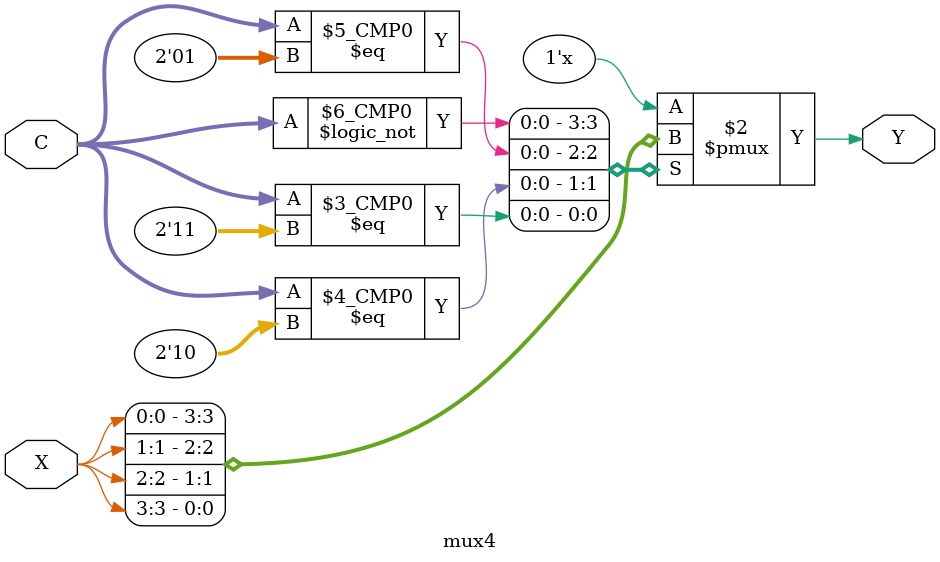
<source format=v>
`timescale 1ns / 1ps

module mux4(
    input [3:0] X,
    input [1:0] C,
    output reg Y
    );

	 always @(X or C)
		case(C)
			2'b00: Y = X[0];
			2'b01: Y = X[1];
			2'b10: Y = X[2];
			2'b11: Y = X[3];
		endcase
	 
endmodule
</source>
